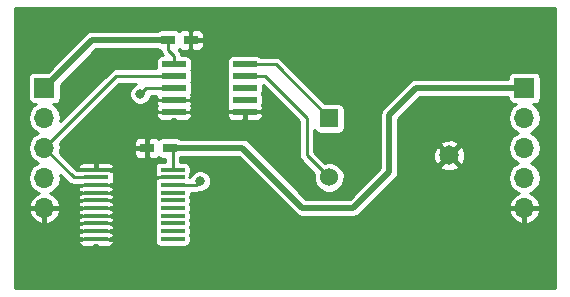
<source format=gbr>
%TF.GenerationSoftware,KiCad,Pcbnew,4.0.7*%
%TF.CreationDate,2017-10-08T11:45:17+09:00*%
%TF.ProjectId,TestBoard1,54657374426F617264312E6B69636164,rev?*%
%TF.FileFunction,Copper,L1,Top,Signal*%
%FSLAX46Y46*%
G04 Gerber Fmt 4.6, Leading zero omitted, Abs format (unit mm)*
G04 Created by KiCad (PCBNEW 4.0.7) date 10/08/17 11:45:17*
%MOMM*%
%LPD*%
G01*
G04 APERTURE LIST*
%ADD10C,0.100000*%
%ADD11R,1.200000X0.750000*%
%ADD12R,1.700000X1.700000*%
%ADD13O,1.700000X1.700000*%
%ADD14C,1.650000*%
%ADD15R,1.524000X1.524000*%
%ADD16C,1.524000*%
%ADD17R,2.000000X0.300000*%
%ADD18R,2.000000X0.500000*%
%ADD19C,0.800000*%
%ADD20C,0.250000*%
%ADD21C,0.500000*%
G04 APERTURE END LIST*
D10*
D11*
X12302000Y-12980000D03*
X14202000Y-12980000D03*
X15980000Y-3836000D03*
X14080000Y-3836000D03*
D12*
X3600000Y-7900000D03*
D13*
X3600000Y-10440000D03*
X3600000Y-12980000D03*
X3600000Y-15520000D03*
X3600000Y-18060000D03*
D12*
X44240000Y-7900000D03*
D13*
X44240000Y-10440000D03*
X44240000Y-12980000D03*
X44240000Y-15520000D03*
X44240000Y-18060000D03*
D14*
X37890000Y-13615000D03*
D15*
X27730000Y-10480000D03*
D16*
X27730000Y-15480000D03*
D17*
X14470000Y-15475000D03*
X14470000Y-14825000D03*
X7970000Y-14825000D03*
X7970000Y-15475000D03*
X7970000Y-16125000D03*
X7970000Y-16775000D03*
X7970000Y-17425000D03*
X7970000Y-18075000D03*
X7970000Y-18725000D03*
X7970000Y-19375000D03*
X7970000Y-20025000D03*
X7970000Y-20675000D03*
X14470000Y-20675000D03*
X14470000Y-20025000D03*
X14470000Y-19375000D03*
X14470000Y-18725000D03*
X14470000Y-18075000D03*
X14470000Y-17425000D03*
X14470000Y-16775000D03*
X14470000Y-16125000D03*
D18*
X14570000Y-5900000D03*
X14570000Y-6900000D03*
X14570000Y-7900000D03*
X14570000Y-8900000D03*
X14570000Y-9900000D03*
X20570000Y-9900000D03*
X20570000Y-8900000D03*
X20570000Y-7900000D03*
X20570000Y-6900000D03*
X20570000Y-5900000D03*
D19*
X16500000Y-11500000D03*
X11728000Y-5614000D03*
X41065000Y-9805000D03*
X11728000Y-8408000D03*
X16808000Y-15774000D03*
D20*
X14570000Y-9900000D02*
X16268000Y-9900000D01*
X16268000Y-9900000D02*
X16300000Y-9932000D01*
X14570000Y-9900000D02*
X12776000Y-9900000D01*
X12776000Y-9900000D02*
X12744000Y-9932000D01*
X14570000Y-8900000D02*
X12760000Y-8900000D01*
X12760000Y-8900000D02*
X12744000Y-8916000D01*
X14570000Y-8900000D02*
X16284000Y-8900000D01*
X16284000Y-8900000D02*
X16300000Y-8916000D01*
X7970000Y-19375000D02*
X6185000Y-19375000D01*
X6185000Y-19375000D02*
X6140000Y-19330000D01*
X7970000Y-18725000D02*
X6170000Y-18725000D01*
X6170000Y-18725000D02*
X6140000Y-18695000D01*
X7970000Y-16775000D02*
X6155000Y-16775000D01*
X6155000Y-16775000D02*
X6140000Y-16790000D01*
X7970000Y-16125000D02*
X6170000Y-16125000D01*
X6170000Y-16125000D02*
X6140000Y-16155000D01*
X14470000Y-15475000D02*
X12025000Y-15475000D01*
X12025000Y-15475000D02*
X12000000Y-15500000D01*
X7970000Y-14825000D02*
X10325000Y-14825000D01*
X10325000Y-14825000D02*
X10500000Y-15000000D01*
X7970000Y-20675000D02*
X10325000Y-20675000D01*
X10325000Y-20675000D02*
X10500000Y-20500000D01*
X7970000Y-20025000D02*
X10475000Y-20025000D01*
X10475000Y-20025000D02*
X10500000Y-20000000D01*
X7970000Y-19375000D02*
X10125000Y-19375000D01*
X10225000Y-18725000D02*
X10500000Y-19000000D01*
X10225000Y-18725000D02*
X7970000Y-18725000D01*
X10125000Y-19375000D02*
X10500000Y-19000000D01*
X7970000Y-18075000D02*
X10425000Y-18075000D01*
X10425000Y-18075000D02*
X10500000Y-18000000D01*
X7970000Y-17425000D02*
X10425000Y-17425000D01*
X10425000Y-17425000D02*
X10500000Y-17500000D01*
X7970000Y-16775000D02*
X10225000Y-16775000D01*
X10125000Y-16125000D02*
X10500000Y-16500000D01*
X10125000Y-16125000D02*
X7970000Y-16125000D01*
X10225000Y-16775000D02*
X10500000Y-16500000D01*
X7970000Y-20675000D02*
X6175000Y-20675000D01*
X6175000Y-20675000D02*
X6000000Y-20500000D01*
X7970000Y-20025000D02*
X6025000Y-20025000D01*
X6025000Y-20025000D02*
X6000000Y-20000000D01*
X7970000Y-18075000D02*
X6075000Y-18075000D01*
X6075000Y-18075000D02*
X6000000Y-18000000D01*
X7970000Y-17425000D02*
X6075000Y-17425000D01*
X6075000Y-17425000D02*
X6000000Y-17500000D01*
D21*
X14202000Y-12980000D02*
X20364000Y-12980000D01*
X35096000Y-7900000D02*
X44240000Y-7900000D01*
X32810000Y-10186000D02*
X35096000Y-7900000D01*
X32810000Y-15012000D02*
X32810000Y-10186000D01*
X29762000Y-18060000D02*
X32810000Y-15012000D01*
X25444000Y-18060000D02*
X29762000Y-18060000D01*
X20364000Y-12980000D02*
X25444000Y-18060000D01*
D20*
X14470000Y-14825000D02*
X14470000Y-13248000D01*
X14470000Y-13248000D02*
X14202000Y-12980000D01*
D21*
X14202000Y-12980000D02*
X14202000Y-12914000D01*
D20*
X14570000Y-6900000D02*
X9680000Y-6900000D01*
X9680000Y-6900000D02*
X3600000Y-12980000D01*
X7970000Y-15475000D02*
X6095000Y-15475000D01*
X6095000Y-15475000D02*
X3600000Y-12980000D01*
X27730000Y-10480000D02*
X27730000Y-10440000D01*
X27730000Y-10440000D02*
X23190000Y-5900000D01*
X23190000Y-5900000D02*
X20570000Y-5900000D01*
X27710000Y-10500000D02*
X27730000Y-10480000D01*
X20570000Y-6900000D02*
X22285000Y-6900000D01*
X25825000Y-13575000D02*
X27730000Y-15480000D01*
X25825000Y-10440000D02*
X25825000Y-13575000D01*
X22285000Y-6900000D02*
X25825000Y-10440000D01*
X14470000Y-16125000D02*
X16457000Y-16125000D01*
X12236000Y-7900000D02*
X14570000Y-7900000D01*
X11728000Y-8408000D02*
X12236000Y-7900000D01*
X16457000Y-16125000D02*
X16808000Y-15774000D01*
D21*
X14080000Y-3836000D02*
X7664000Y-3836000D01*
X7664000Y-3836000D02*
X3600000Y-7900000D01*
D20*
X14080000Y-3836000D02*
X14080000Y-4664000D01*
X14570000Y-5154000D02*
X14570000Y-5900000D01*
X14080000Y-4664000D02*
X14570000Y-5154000D01*
G36*
X46875000Y-24875000D02*
X1125000Y-24875000D01*
X1125000Y-18348854D01*
X2255683Y-18348854D01*
X2445169Y-18806328D01*
X2818683Y-19191452D01*
X3311145Y-19404323D01*
X3525000Y-19301709D01*
X3525000Y-18135000D01*
X3675000Y-18135000D01*
X3675000Y-19301709D01*
X3888855Y-19404323D01*
X4381317Y-19191452D01*
X4754831Y-18806328D01*
X4944317Y-18348854D01*
X4841487Y-18135000D01*
X3675000Y-18135000D01*
X3525000Y-18135000D01*
X2358513Y-18135000D01*
X2255683Y-18348854D01*
X1125000Y-18348854D01*
X1125000Y-10440000D01*
X2198062Y-10440000D01*
X2302728Y-10966190D01*
X2600790Y-11412272D01*
X3046372Y-11710000D01*
X2600790Y-12007728D01*
X2302728Y-12453810D01*
X2198062Y-12980000D01*
X2302728Y-13506190D01*
X2600790Y-13952272D01*
X3046372Y-14250000D01*
X2600790Y-14547728D01*
X2302728Y-14993810D01*
X2198062Y-15520000D01*
X2302728Y-16046190D01*
X2600790Y-16492272D01*
X3046872Y-16790334D01*
X3109577Y-16802807D01*
X2818683Y-16928548D01*
X2445169Y-17313672D01*
X2255683Y-17771146D01*
X2358513Y-17985000D01*
X3525000Y-17985000D01*
X3525000Y-17965000D01*
X3675000Y-17965000D01*
X3675000Y-17985000D01*
X4841487Y-17985000D01*
X4944317Y-17771146D01*
X4754831Y-17313672D01*
X4381317Y-16928548D01*
X4090423Y-16802807D01*
X4153128Y-16790334D01*
X4599210Y-16492272D01*
X4897272Y-16046190D01*
X5001938Y-15520000D01*
X4947603Y-15246842D01*
X5635381Y-15934620D01*
X5846256Y-16075522D01*
X6095000Y-16125000D01*
X6777000Y-16125000D01*
X6777000Y-16136687D01*
X6672611Y-16179926D01*
X6652537Y-16200000D01*
X6576250Y-16200000D01*
X6445000Y-16331250D01*
X6445000Y-16379429D01*
X6474231Y-16450000D01*
X6445000Y-16520571D01*
X6445000Y-16568750D01*
X6576250Y-16700000D01*
X6652537Y-16700000D01*
X6672611Y-16720074D01*
X6777000Y-16763313D01*
X6777000Y-16786687D01*
X6672611Y-16829926D01*
X6652537Y-16850000D01*
X6576250Y-16850000D01*
X6445000Y-16981250D01*
X6445000Y-17029429D01*
X6474231Y-17100000D01*
X6445000Y-17170571D01*
X6445000Y-17218750D01*
X6576250Y-17350000D01*
X6652537Y-17350000D01*
X6672611Y-17370074D01*
X6777000Y-17413313D01*
X6777000Y-17436687D01*
X6672611Y-17479926D01*
X6652537Y-17500000D01*
X6576250Y-17500000D01*
X6445000Y-17631250D01*
X6445000Y-17679429D01*
X6474231Y-17750000D01*
X6445000Y-17820571D01*
X6445000Y-17868750D01*
X6576250Y-18000000D01*
X6652537Y-18000000D01*
X6672611Y-18020074D01*
X6777000Y-18063313D01*
X6777000Y-18086687D01*
X6672611Y-18129926D01*
X6652537Y-18150000D01*
X6576250Y-18150000D01*
X6445000Y-18281250D01*
X6445000Y-18329429D01*
X6474231Y-18400000D01*
X6445000Y-18470571D01*
X6445000Y-18518750D01*
X6576250Y-18650000D01*
X6652537Y-18650000D01*
X6672611Y-18670074D01*
X6777000Y-18713313D01*
X6777000Y-18736687D01*
X6672611Y-18779926D01*
X6652537Y-18800000D01*
X6576250Y-18800000D01*
X6445000Y-18931250D01*
X6445000Y-18979429D01*
X6474231Y-19050000D01*
X6445000Y-19120571D01*
X6445000Y-19168750D01*
X6576250Y-19300000D01*
X6652537Y-19300000D01*
X6672611Y-19320074D01*
X6777000Y-19363313D01*
X6777000Y-19386687D01*
X6672611Y-19429926D01*
X6652537Y-19450000D01*
X6576250Y-19450000D01*
X6445000Y-19581250D01*
X6445000Y-19629429D01*
X6474231Y-19700000D01*
X6445000Y-19770571D01*
X6445000Y-19818750D01*
X6576250Y-19950000D01*
X6652537Y-19950000D01*
X6672611Y-19970074D01*
X6777000Y-20013313D01*
X6777000Y-20036687D01*
X6672611Y-20079926D01*
X6652537Y-20100000D01*
X6576250Y-20100000D01*
X6445000Y-20231250D01*
X6445000Y-20279429D01*
X6474231Y-20350000D01*
X6445000Y-20420571D01*
X6445000Y-20468750D01*
X6576250Y-20600000D01*
X6652537Y-20600000D01*
X6672611Y-20620074D01*
X6777000Y-20663313D01*
X6777000Y-20750000D01*
X6576250Y-20750000D01*
X6445000Y-20881250D01*
X6445000Y-20929429D01*
X6524926Y-21122389D01*
X6672611Y-21270074D01*
X6865571Y-21350000D01*
X7763750Y-21350000D01*
X7880750Y-21233000D01*
X8059250Y-21233000D01*
X8176250Y-21350000D01*
X9074429Y-21350000D01*
X9267389Y-21270074D01*
X9415074Y-21122389D01*
X9495000Y-20929429D01*
X9495000Y-20881250D01*
X9363750Y-20750000D01*
X9059000Y-20750000D01*
X9059000Y-20700000D01*
X9074429Y-20700000D01*
X9267389Y-20620074D01*
X9287463Y-20600000D01*
X9363750Y-20600000D01*
X9495000Y-20468750D01*
X9495000Y-20420571D01*
X9465769Y-20350000D01*
X9495000Y-20279429D01*
X9495000Y-20231250D01*
X9363750Y-20100000D01*
X9287463Y-20100000D01*
X9267389Y-20079926D01*
X9134785Y-20025000D01*
X9267389Y-19970074D01*
X9287463Y-19950000D01*
X9363750Y-19950000D01*
X9495000Y-19818750D01*
X9495000Y-19770571D01*
X9465769Y-19700000D01*
X9495000Y-19629429D01*
X9495000Y-19581250D01*
X9363750Y-19450000D01*
X9287463Y-19450000D01*
X9267389Y-19429926D01*
X9134785Y-19375000D01*
X9267389Y-19320074D01*
X9287463Y-19300000D01*
X9363750Y-19300000D01*
X9495000Y-19168750D01*
X9495000Y-19120571D01*
X9465769Y-19050000D01*
X9495000Y-18979429D01*
X9495000Y-18931250D01*
X9363750Y-18800000D01*
X9287463Y-18800000D01*
X9267389Y-18779926D01*
X9134785Y-18725000D01*
X9267389Y-18670074D01*
X9287463Y-18650000D01*
X9363750Y-18650000D01*
X9495000Y-18518750D01*
X9495000Y-18470571D01*
X9465769Y-18400000D01*
X9495000Y-18329429D01*
X9495000Y-18281250D01*
X9363750Y-18150000D01*
X9287463Y-18150000D01*
X9267389Y-18129926D01*
X9134785Y-18075000D01*
X9267389Y-18020074D01*
X9287463Y-18000000D01*
X9363750Y-18000000D01*
X9495000Y-17868750D01*
X9495000Y-17820571D01*
X9465769Y-17750000D01*
X9495000Y-17679429D01*
X9495000Y-17631250D01*
X9363750Y-17500000D01*
X9287463Y-17500000D01*
X9267389Y-17479926D01*
X9134785Y-17425000D01*
X9267389Y-17370074D01*
X9287463Y-17350000D01*
X9363750Y-17350000D01*
X9495000Y-17218750D01*
X9495000Y-17170571D01*
X9465769Y-17100000D01*
X9495000Y-17029429D01*
X9495000Y-16981250D01*
X9363750Y-16850000D01*
X9287463Y-16850000D01*
X9267389Y-16829926D01*
X9134785Y-16775000D01*
X9267389Y-16720074D01*
X9287463Y-16700000D01*
X9363750Y-16700000D01*
X9495000Y-16568750D01*
X9495000Y-16520571D01*
X9465769Y-16450000D01*
X9495000Y-16379429D01*
X9495000Y-16331250D01*
X9363750Y-16200000D01*
X9287463Y-16200000D01*
X9267389Y-16179926D01*
X9141887Y-16127942D01*
X9164553Y-16123677D01*
X9279051Y-16050000D01*
X9363750Y-16050000D01*
X9495000Y-15918750D01*
X9495000Y-15870571D01*
X9468508Y-15806612D01*
X9505285Y-15625000D01*
X9505285Y-15325000D01*
X9470298Y-15139064D01*
X9495000Y-15079429D01*
X9495000Y-15031250D01*
X9363750Y-14900000D01*
X9277941Y-14900000D01*
X9178256Y-14831888D01*
X8970000Y-14789715D01*
X6970000Y-14789715D01*
X6782478Y-14825000D01*
X6364239Y-14825000D01*
X6109810Y-14570571D01*
X6445000Y-14570571D01*
X6445000Y-14618750D01*
X6576250Y-14750000D01*
X7895000Y-14750000D01*
X7895000Y-14281250D01*
X8045000Y-14281250D01*
X8045000Y-14750000D01*
X9363750Y-14750000D01*
X9495000Y-14618750D01*
X9495000Y-14570571D01*
X9415074Y-14377611D01*
X9267389Y-14229926D01*
X9074429Y-14150000D01*
X8176250Y-14150000D01*
X8045000Y-14281250D01*
X7895000Y-14281250D01*
X7763750Y-14150000D01*
X6865571Y-14150000D01*
X6672611Y-14229926D01*
X6524926Y-14377611D01*
X6445000Y-14570571D01*
X6109810Y-14570571D01*
X4921853Y-13382614D01*
X4960912Y-13186250D01*
X11177000Y-13186250D01*
X11177000Y-13459429D01*
X11256926Y-13652389D01*
X11404611Y-13800074D01*
X11597571Y-13880000D01*
X12095750Y-13880000D01*
X12227000Y-13748750D01*
X12227000Y-13055000D01*
X11308250Y-13055000D01*
X11177000Y-13186250D01*
X4960912Y-13186250D01*
X5001938Y-12980000D01*
X4921853Y-12577385D01*
X4998667Y-12500571D01*
X11177000Y-12500571D01*
X11177000Y-12773750D01*
X11308250Y-12905000D01*
X12227000Y-12905000D01*
X12227000Y-12211250D01*
X12377000Y-12211250D01*
X12377000Y-12905000D01*
X12397000Y-12905000D01*
X12397000Y-13055000D01*
X12377000Y-13055000D01*
X12377000Y-13748750D01*
X12508250Y-13880000D01*
X13006429Y-13880000D01*
X13199389Y-13800074D01*
X13249743Y-13749720D01*
X13393744Y-13848112D01*
X13602000Y-13890285D01*
X13820000Y-13890285D01*
X13820000Y-14139715D01*
X13470000Y-14139715D01*
X13275447Y-14176323D01*
X13096761Y-14291304D01*
X12976888Y-14466744D01*
X12934715Y-14675000D01*
X12934715Y-14975000D01*
X12969702Y-15160936D01*
X12945000Y-15220571D01*
X12945000Y-15268750D01*
X13076250Y-15400000D01*
X13162059Y-15400000D01*
X13261744Y-15468112D01*
X13289362Y-15473705D01*
X13275447Y-15476323D01*
X13160949Y-15550000D01*
X13076250Y-15550000D01*
X12945000Y-15681250D01*
X12945000Y-15729429D01*
X12971492Y-15793388D01*
X12934715Y-15975000D01*
X12934715Y-16275000D01*
X12968853Y-16456424D01*
X12934715Y-16625000D01*
X12934715Y-16925000D01*
X12968853Y-17106424D01*
X12934715Y-17275000D01*
X12934715Y-17575000D01*
X12968853Y-17756424D01*
X12934715Y-17925000D01*
X12934715Y-18225000D01*
X12968853Y-18406424D01*
X12934715Y-18575000D01*
X12934715Y-18875000D01*
X12968853Y-19056424D01*
X12934715Y-19225000D01*
X12934715Y-19525000D01*
X12968853Y-19706424D01*
X12934715Y-19875000D01*
X12934715Y-20175000D01*
X12968853Y-20356424D01*
X12934715Y-20525000D01*
X12934715Y-20825000D01*
X12971323Y-21019553D01*
X13086304Y-21198239D01*
X13261744Y-21318112D01*
X13470000Y-21360285D01*
X15470000Y-21360285D01*
X15664553Y-21323677D01*
X15843239Y-21208696D01*
X15963112Y-21033256D01*
X16005285Y-20825000D01*
X16005285Y-20525000D01*
X15971147Y-20343576D01*
X16005285Y-20175000D01*
X16005285Y-19875000D01*
X15971147Y-19693576D01*
X16005285Y-19525000D01*
X16005285Y-19225000D01*
X15971147Y-19043576D01*
X16005285Y-18875000D01*
X16005285Y-18575000D01*
X15971147Y-18393576D01*
X16005285Y-18225000D01*
X16005285Y-17925000D01*
X15971147Y-17743576D01*
X16005285Y-17575000D01*
X16005285Y-17275000D01*
X15971147Y-17093576D01*
X16005285Y-16925000D01*
X16005285Y-16775000D01*
X16457000Y-16775000D01*
X16664476Y-16733731D01*
X16705745Y-16725522D01*
X16745519Y-16698946D01*
X16991187Y-16699160D01*
X17331286Y-16558634D01*
X17591720Y-16298655D01*
X17732839Y-15958801D01*
X17733160Y-15590813D01*
X17592634Y-15250714D01*
X17332655Y-14990280D01*
X16992801Y-14849161D01*
X16624813Y-14848840D01*
X16284714Y-14989366D01*
X16024280Y-15249345D01*
X15961724Y-15399998D01*
X15863752Y-15399998D01*
X15995000Y-15268750D01*
X15995000Y-15220571D01*
X15968508Y-15156612D01*
X16005285Y-14975000D01*
X16005285Y-14675000D01*
X15968677Y-14480447D01*
X15853696Y-14301761D01*
X15678256Y-14181888D01*
X15470000Y-14139715D01*
X15120000Y-14139715D01*
X15120000Y-13774241D01*
X15149902Y-13755000D01*
X20042984Y-13755000D01*
X24895992Y-18608008D01*
X25147420Y-18776007D01*
X25444000Y-18835000D01*
X29762000Y-18835000D01*
X30058580Y-18776007D01*
X30310008Y-18608008D01*
X30569162Y-18348854D01*
X42895683Y-18348854D01*
X43085169Y-18806328D01*
X43458683Y-19191452D01*
X43951145Y-19404323D01*
X44165000Y-19301709D01*
X44165000Y-18135000D01*
X44315000Y-18135000D01*
X44315000Y-19301709D01*
X44528855Y-19404323D01*
X45021317Y-19191452D01*
X45394831Y-18806328D01*
X45584317Y-18348854D01*
X45481487Y-18135000D01*
X44315000Y-18135000D01*
X44165000Y-18135000D01*
X42998513Y-18135000D01*
X42895683Y-18348854D01*
X30569162Y-18348854D01*
X33358008Y-15560008D01*
X33526007Y-15308580D01*
X33585000Y-15012000D01*
X33585000Y-14546922D01*
X37064144Y-14546922D01*
X37142823Y-14770999D01*
X37642081Y-14968936D01*
X38179081Y-14960749D01*
X38637177Y-14770999D01*
X38715856Y-14546922D01*
X37890000Y-13721066D01*
X37064144Y-14546922D01*
X33585000Y-14546922D01*
X33585000Y-13367081D01*
X36536064Y-13367081D01*
X36544251Y-13904081D01*
X36734001Y-14362177D01*
X36958078Y-14440856D01*
X37783934Y-13615000D01*
X37996066Y-13615000D01*
X38821922Y-14440856D01*
X39045999Y-14362177D01*
X39243936Y-13862919D01*
X39235749Y-13325919D01*
X39045999Y-12867823D01*
X38821922Y-12789144D01*
X37996066Y-13615000D01*
X37783934Y-13615000D01*
X36958078Y-12789144D01*
X36734001Y-12867823D01*
X36536064Y-13367081D01*
X33585000Y-13367081D01*
X33585000Y-12683078D01*
X37064144Y-12683078D01*
X37890000Y-13508934D01*
X38715856Y-12683078D01*
X38637177Y-12459001D01*
X38137919Y-12261064D01*
X37600919Y-12269251D01*
X37142823Y-12459001D01*
X37064144Y-12683078D01*
X33585000Y-12683078D01*
X33585000Y-10507016D01*
X35417016Y-8675000D01*
X42854715Y-8675000D01*
X42854715Y-8750000D01*
X42891323Y-8944553D01*
X43006304Y-9123239D01*
X43181744Y-9243112D01*
X43390000Y-9285285D01*
X43513836Y-9285285D01*
X43240790Y-9467728D01*
X42942728Y-9913810D01*
X42838062Y-10440000D01*
X42942728Y-10966190D01*
X43240790Y-11412272D01*
X43686372Y-11710000D01*
X43240790Y-12007728D01*
X42942728Y-12453810D01*
X42838062Y-12980000D01*
X42942728Y-13506190D01*
X43240790Y-13952272D01*
X43686372Y-14250000D01*
X43240790Y-14547728D01*
X42942728Y-14993810D01*
X42838062Y-15520000D01*
X42942728Y-16046190D01*
X43240790Y-16492272D01*
X43686872Y-16790334D01*
X43749577Y-16802807D01*
X43458683Y-16928548D01*
X43085169Y-17313672D01*
X42895683Y-17771146D01*
X42998513Y-17985000D01*
X44165000Y-17985000D01*
X44165000Y-17965000D01*
X44315000Y-17965000D01*
X44315000Y-17985000D01*
X45481487Y-17985000D01*
X45584317Y-17771146D01*
X45394831Y-17313672D01*
X45021317Y-16928548D01*
X44730423Y-16802807D01*
X44793128Y-16790334D01*
X45239210Y-16492272D01*
X45537272Y-16046190D01*
X45641938Y-15520000D01*
X45537272Y-14993810D01*
X45239210Y-14547728D01*
X44793628Y-14250000D01*
X45239210Y-13952272D01*
X45537272Y-13506190D01*
X45641938Y-12980000D01*
X45537272Y-12453810D01*
X45239210Y-12007728D01*
X44793628Y-11710000D01*
X45239210Y-11412272D01*
X45537272Y-10966190D01*
X45641938Y-10440000D01*
X45537272Y-9913810D01*
X45239210Y-9467728D01*
X44966164Y-9285285D01*
X45090000Y-9285285D01*
X45284553Y-9248677D01*
X45463239Y-9133696D01*
X45583112Y-8958256D01*
X45625285Y-8750000D01*
X45625285Y-7050000D01*
X45588677Y-6855447D01*
X45473696Y-6676761D01*
X45298256Y-6556888D01*
X45090000Y-6514715D01*
X43390000Y-6514715D01*
X43195447Y-6551323D01*
X43016761Y-6666304D01*
X42896888Y-6841744D01*
X42854715Y-7050000D01*
X42854715Y-7125000D01*
X35096000Y-7125000D01*
X34799420Y-7183993D01*
X34547992Y-7351992D01*
X32261992Y-9637992D01*
X32093993Y-9889420D01*
X32035000Y-10186000D01*
X32035000Y-14690984D01*
X29440984Y-17285000D01*
X25765016Y-17285000D01*
X20912008Y-12431992D01*
X20660580Y-12263993D01*
X20364000Y-12205000D01*
X15146530Y-12205000D01*
X15010256Y-12111888D01*
X14802000Y-12069715D01*
X13602000Y-12069715D01*
X13407447Y-12106323D01*
X13248236Y-12208773D01*
X13199389Y-12159926D01*
X13006429Y-12080000D01*
X12508250Y-12080000D01*
X12377000Y-12211250D01*
X12227000Y-12211250D01*
X12095750Y-12080000D01*
X11597571Y-12080000D01*
X11404611Y-12159926D01*
X11256926Y-12307611D01*
X11177000Y-12500571D01*
X4998667Y-12500571D01*
X9949239Y-7550000D01*
X11382273Y-7550000D01*
X11204714Y-7623366D01*
X10944280Y-7883345D01*
X10803161Y-8223199D01*
X10802840Y-8591187D01*
X10943366Y-8931286D01*
X11203345Y-9191720D01*
X11543199Y-9332839D01*
X11911187Y-9333160D01*
X12251286Y-9192634D01*
X12511720Y-8932655D01*
X12652839Y-8592801D01*
X12652876Y-8550000D01*
X13045000Y-8550000D01*
X13045000Y-8693750D01*
X13127000Y-8775750D01*
X13127000Y-9024250D01*
X13045000Y-9106250D01*
X13045000Y-9254429D01*
X13105297Y-9400000D01*
X13045000Y-9545571D01*
X13045000Y-9693750D01*
X13127000Y-9775750D01*
X13127000Y-10024250D01*
X13045000Y-10106250D01*
X13045000Y-10254429D01*
X13124926Y-10447389D01*
X13129193Y-10451656D01*
X13135549Y-10485432D01*
X13162399Y-10527159D01*
X13203368Y-10555152D01*
X13240134Y-10562597D01*
X13272611Y-10595074D01*
X13465571Y-10675000D01*
X14363750Y-10675000D01*
X14473750Y-10565000D01*
X14666250Y-10565000D01*
X14776250Y-10675000D01*
X15674429Y-10675000D01*
X15867389Y-10595074D01*
X16015074Y-10447389D01*
X16095000Y-10254429D01*
X16095000Y-10106250D01*
X19045000Y-10106250D01*
X19045000Y-10254429D01*
X19124926Y-10447389D01*
X19272611Y-10595074D01*
X19465571Y-10675000D01*
X20363750Y-10675000D01*
X20495000Y-10543750D01*
X20495000Y-9975000D01*
X20645000Y-9975000D01*
X20645000Y-10543750D01*
X20776250Y-10675000D01*
X21674429Y-10675000D01*
X21867389Y-10595074D01*
X22015074Y-10447389D01*
X22095000Y-10254429D01*
X22095000Y-10106250D01*
X21963750Y-9975000D01*
X20645000Y-9975000D01*
X20495000Y-9975000D01*
X19176250Y-9975000D01*
X19045000Y-10106250D01*
X16095000Y-10106250D01*
X15963750Y-9975000D01*
X15917000Y-9975000D01*
X15917000Y-9825000D01*
X15963750Y-9825000D01*
X16095000Y-9693750D01*
X16095000Y-9545571D01*
X16034703Y-9400000D01*
X16095000Y-9254429D01*
X16095000Y-9106250D01*
X15963750Y-8975000D01*
X15917000Y-8975000D01*
X15917000Y-8825000D01*
X15963750Y-8825000D01*
X16095000Y-8693750D01*
X16095000Y-8545571D01*
X16034660Y-8399897D01*
X16063112Y-8358256D01*
X16105285Y-8150000D01*
X16105285Y-7650000D01*
X16068677Y-7455447D01*
X16033770Y-7401200D01*
X16063112Y-7358256D01*
X16105285Y-7150000D01*
X16105285Y-6650000D01*
X16068677Y-6455447D01*
X16033770Y-6401200D01*
X16063112Y-6358256D01*
X16105285Y-6150000D01*
X16105285Y-5650000D01*
X19034715Y-5650000D01*
X19034715Y-6150000D01*
X19071323Y-6344553D01*
X19106230Y-6398800D01*
X19076888Y-6441744D01*
X19034715Y-6650000D01*
X19034715Y-7150000D01*
X19071323Y-7344553D01*
X19106230Y-7398800D01*
X19076888Y-7441744D01*
X19034715Y-7650000D01*
X19034715Y-8150000D01*
X19071323Y-8344553D01*
X19106230Y-8398800D01*
X19076888Y-8441744D01*
X19034715Y-8650000D01*
X19034715Y-9150000D01*
X19071323Y-9344553D01*
X19105965Y-9398388D01*
X19045000Y-9545571D01*
X19045000Y-9693750D01*
X19176250Y-9825000D01*
X20495000Y-9825000D01*
X20495000Y-9805000D01*
X20645000Y-9805000D01*
X20645000Y-9825000D01*
X21963750Y-9825000D01*
X22095000Y-9693750D01*
X22095000Y-9545571D01*
X22034660Y-9399897D01*
X22063112Y-9358256D01*
X22105285Y-9150000D01*
X22105285Y-8650000D01*
X22068677Y-8455447D01*
X22033770Y-8401200D01*
X22063112Y-8358256D01*
X22105285Y-8150000D01*
X22105285Y-7650000D01*
X22102857Y-7637095D01*
X25175000Y-10709238D01*
X25175000Y-13575000D01*
X25204054Y-13721066D01*
X25224478Y-13823745D01*
X25365381Y-14034619D01*
X26475620Y-15144859D01*
X26443224Y-15222877D01*
X26442777Y-15734877D01*
X26638298Y-16208075D01*
X27000021Y-16570429D01*
X27472877Y-16766776D01*
X27984877Y-16767223D01*
X28458075Y-16571702D01*
X28820429Y-16209979D01*
X29016776Y-15737123D01*
X29017223Y-15225123D01*
X28821702Y-14751925D01*
X28459979Y-14389571D01*
X27987123Y-14193224D01*
X27475123Y-14192777D01*
X27395086Y-14225848D01*
X26475000Y-13305762D01*
X26475000Y-11445375D01*
X26584304Y-11615239D01*
X26759744Y-11735112D01*
X26968000Y-11777285D01*
X28492000Y-11777285D01*
X28686553Y-11740677D01*
X28865239Y-11625696D01*
X28985112Y-11450256D01*
X29027285Y-11242000D01*
X29027285Y-9718000D01*
X28990677Y-9523447D01*
X28875696Y-9344761D01*
X28700256Y-9224888D01*
X28492000Y-9182715D01*
X27391954Y-9182715D01*
X23649619Y-5440381D01*
X23438745Y-5299478D01*
X23397476Y-5291269D01*
X23190000Y-5250000D01*
X21914530Y-5250000D01*
X21778256Y-5156888D01*
X21570000Y-5114715D01*
X19570000Y-5114715D01*
X19375447Y-5151323D01*
X19196761Y-5266304D01*
X19076888Y-5441744D01*
X19034715Y-5650000D01*
X16105285Y-5650000D01*
X16068677Y-5455447D01*
X15953696Y-5276761D01*
X15778256Y-5156888D01*
X15570000Y-5114715D01*
X15212186Y-5114715D01*
X15170522Y-4905256D01*
X15029620Y-4694381D01*
X14978213Y-4642974D01*
X15033764Y-4607227D01*
X15082611Y-4656074D01*
X15275571Y-4736000D01*
X15773750Y-4736000D01*
X15905000Y-4604750D01*
X15905000Y-3911000D01*
X16055000Y-3911000D01*
X16055000Y-4604750D01*
X16186250Y-4736000D01*
X16684429Y-4736000D01*
X16877389Y-4656074D01*
X17025074Y-4508389D01*
X17105000Y-4315429D01*
X17105000Y-4042250D01*
X16973750Y-3911000D01*
X16055000Y-3911000D01*
X15905000Y-3911000D01*
X15885000Y-3911000D01*
X15885000Y-3761000D01*
X15905000Y-3761000D01*
X15905000Y-3067250D01*
X16055000Y-3067250D01*
X16055000Y-3761000D01*
X16973750Y-3761000D01*
X17105000Y-3629750D01*
X17105000Y-3356571D01*
X17025074Y-3163611D01*
X16877389Y-3015926D01*
X16684429Y-2936000D01*
X16186250Y-2936000D01*
X16055000Y-3067250D01*
X15905000Y-3067250D01*
X15773750Y-2936000D01*
X15275571Y-2936000D01*
X15082611Y-3015926D01*
X15032257Y-3066280D01*
X14888256Y-2967888D01*
X14680000Y-2925715D01*
X13480000Y-2925715D01*
X13285447Y-2962323D01*
X13132098Y-3061000D01*
X7664000Y-3061000D01*
X7367420Y-3119993D01*
X7115992Y-3287992D01*
X3889269Y-6514715D01*
X2750000Y-6514715D01*
X2555447Y-6551323D01*
X2376761Y-6666304D01*
X2256888Y-6841744D01*
X2214715Y-7050000D01*
X2214715Y-8750000D01*
X2251323Y-8944553D01*
X2366304Y-9123239D01*
X2541744Y-9243112D01*
X2750000Y-9285285D01*
X2873836Y-9285285D01*
X2600790Y-9467728D01*
X2302728Y-9913810D01*
X2198062Y-10440000D01*
X1125000Y-10440000D01*
X1125000Y-1125000D01*
X46875000Y-1125000D01*
X46875000Y-24875000D01*
X46875000Y-24875000D01*
G37*
X46875000Y-24875000D02*
X1125000Y-24875000D01*
X1125000Y-18348854D01*
X2255683Y-18348854D01*
X2445169Y-18806328D01*
X2818683Y-19191452D01*
X3311145Y-19404323D01*
X3525000Y-19301709D01*
X3525000Y-18135000D01*
X3675000Y-18135000D01*
X3675000Y-19301709D01*
X3888855Y-19404323D01*
X4381317Y-19191452D01*
X4754831Y-18806328D01*
X4944317Y-18348854D01*
X4841487Y-18135000D01*
X3675000Y-18135000D01*
X3525000Y-18135000D01*
X2358513Y-18135000D01*
X2255683Y-18348854D01*
X1125000Y-18348854D01*
X1125000Y-10440000D01*
X2198062Y-10440000D01*
X2302728Y-10966190D01*
X2600790Y-11412272D01*
X3046372Y-11710000D01*
X2600790Y-12007728D01*
X2302728Y-12453810D01*
X2198062Y-12980000D01*
X2302728Y-13506190D01*
X2600790Y-13952272D01*
X3046372Y-14250000D01*
X2600790Y-14547728D01*
X2302728Y-14993810D01*
X2198062Y-15520000D01*
X2302728Y-16046190D01*
X2600790Y-16492272D01*
X3046872Y-16790334D01*
X3109577Y-16802807D01*
X2818683Y-16928548D01*
X2445169Y-17313672D01*
X2255683Y-17771146D01*
X2358513Y-17985000D01*
X3525000Y-17985000D01*
X3525000Y-17965000D01*
X3675000Y-17965000D01*
X3675000Y-17985000D01*
X4841487Y-17985000D01*
X4944317Y-17771146D01*
X4754831Y-17313672D01*
X4381317Y-16928548D01*
X4090423Y-16802807D01*
X4153128Y-16790334D01*
X4599210Y-16492272D01*
X4897272Y-16046190D01*
X5001938Y-15520000D01*
X4947603Y-15246842D01*
X5635381Y-15934620D01*
X5846256Y-16075522D01*
X6095000Y-16125000D01*
X6777000Y-16125000D01*
X6777000Y-16136687D01*
X6672611Y-16179926D01*
X6652537Y-16200000D01*
X6576250Y-16200000D01*
X6445000Y-16331250D01*
X6445000Y-16379429D01*
X6474231Y-16450000D01*
X6445000Y-16520571D01*
X6445000Y-16568750D01*
X6576250Y-16700000D01*
X6652537Y-16700000D01*
X6672611Y-16720074D01*
X6777000Y-16763313D01*
X6777000Y-16786687D01*
X6672611Y-16829926D01*
X6652537Y-16850000D01*
X6576250Y-16850000D01*
X6445000Y-16981250D01*
X6445000Y-17029429D01*
X6474231Y-17100000D01*
X6445000Y-17170571D01*
X6445000Y-17218750D01*
X6576250Y-17350000D01*
X6652537Y-17350000D01*
X6672611Y-17370074D01*
X6777000Y-17413313D01*
X6777000Y-17436687D01*
X6672611Y-17479926D01*
X6652537Y-17500000D01*
X6576250Y-17500000D01*
X6445000Y-17631250D01*
X6445000Y-17679429D01*
X6474231Y-17750000D01*
X6445000Y-17820571D01*
X6445000Y-17868750D01*
X6576250Y-18000000D01*
X6652537Y-18000000D01*
X6672611Y-18020074D01*
X6777000Y-18063313D01*
X6777000Y-18086687D01*
X6672611Y-18129926D01*
X6652537Y-18150000D01*
X6576250Y-18150000D01*
X6445000Y-18281250D01*
X6445000Y-18329429D01*
X6474231Y-18400000D01*
X6445000Y-18470571D01*
X6445000Y-18518750D01*
X6576250Y-18650000D01*
X6652537Y-18650000D01*
X6672611Y-18670074D01*
X6777000Y-18713313D01*
X6777000Y-18736687D01*
X6672611Y-18779926D01*
X6652537Y-18800000D01*
X6576250Y-18800000D01*
X6445000Y-18931250D01*
X6445000Y-18979429D01*
X6474231Y-19050000D01*
X6445000Y-19120571D01*
X6445000Y-19168750D01*
X6576250Y-19300000D01*
X6652537Y-19300000D01*
X6672611Y-19320074D01*
X6777000Y-19363313D01*
X6777000Y-19386687D01*
X6672611Y-19429926D01*
X6652537Y-19450000D01*
X6576250Y-19450000D01*
X6445000Y-19581250D01*
X6445000Y-19629429D01*
X6474231Y-19700000D01*
X6445000Y-19770571D01*
X6445000Y-19818750D01*
X6576250Y-19950000D01*
X6652537Y-19950000D01*
X6672611Y-19970074D01*
X6777000Y-20013313D01*
X6777000Y-20036687D01*
X6672611Y-20079926D01*
X6652537Y-20100000D01*
X6576250Y-20100000D01*
X6445000Y-20231250D01*
X6445000Y-20279429D01*
X6474231Y-20350000D01*
X6445000Y-20420571D01*
X6445000Y-20468750D01*
X6576250Y-20600000D01*
X6652537Y-20600000D01*
X6672611Y-20620074D01*
X6777000Y-20663313D01*
X6777000Y-20750000D01*
X6576250Y-20750000D01*
X6445000Y-20881250D01*
X6445000Y-20929429D01*
X6524926Y-21122389D01*
X6672611Y-21270074D01*
X6865571Y-21350000D01*
X7763750Y-21350000D01*
X7880750Y-21233000D01*
X8059250Y-21233000D01*
X8176250Y-21350000D01*
X9074429Y-21350000D01*
X9267389Y-21270074D01*
X9415074Y-21122389D01*
X9495000Y-20929429D01*
X9495000Y-20881250D01*
X9363750Y-20750000D01*
X9059000Y-20750000D01*
X9059000Y-20700000D01*
X9074429Y-20700000D01*
X9267389Y-20620074D01*
X9287463Y-20600000D01*
X9363750Y-20600000D01*
X9495000Y-20468750D01*
X9495000Y-20420571D01*
X9465769Y-20350000D01*
X9495000Y-20279429D01*
X9495000Y-20231250D01*
X9363750Y-20100000D01*
X9287463Y-20100000D01*
X9267389Y-20079926D01*
X9134785Y-20025000D01*
X9267389Y-19970074D01*
X9287463Y-19950000D01*
X9363750Y-19950000D01*
X9495000Y-19818750D01*
X9495000Y-19770571D01*
X9465769Y-19700000D01*
X9495000Y-19629429D01*
X9495000Y-19581250D01*
X9363750Y-19450000D01*
X9287463Y-19450000D01*
X9267389Y-19429926D01*
X9134785Y-19375000D01*
X9267389Y-19320074D01*
X9287463Y-19300000D01*
X9363750Y-19300000D01*
X9495000Y-19168750D01*
X9495000Y-19120571D01*
X9465769Y-19050000D01*
X9495000Y-18979429D01*
X9495000Y-18931250D01*
X9363750Y-18800000D01*
X9287463Y-18800000D01*
X9267389Y-18779926D01*
X9134785Y-18725000D01*
X9267389Y-18670074D01*
X9287463Y-18650000D01*
X9363750Y-18650000D01*
X9495000Y-18518750D01*
X9495000Y-18470571D01*
X9465769Y-18400000D01*
X9495000Y-18329429D01*
X9495000Y-18281250D01*
X9363750Y-18150000D01*
X9287463Y-18150000D01*
X9267389Y-18129926D01*
X9134785Y-18075000D01*
X9267389Y-18020074D01*
X9287463Y-18000000D01*
X9363750Y-18000000D01*
X9495000Y-17868750D01*
X9495000Y-17820571D01*
X9465769Y-17750000D01*
X9495000Y-17679429D01*
X9495000Y-17631250D01*
X9363750Y-17500000D01*
X9287463Y-17500000D01*
X9267389Y-17479926D01*
X9134785Y-17425000D01*
X9267389Y-17370074D01*
X9287463Y-17350000D01*
X9363750Y-17350000D01*
X9495000Y-17218750D01*
X9495000Y-17170571D01*
X9465769Y-17100000D01*
X9495000Y-17029429D01*
X9495000Y-16981250D01*
X9363750Y-16850000D01*
X9287463Y-16850000D01*
X9267389Y-16829926D01*
X9134785Y-16775000D01*
X9267389Y-16720074D01*
X9287463Y-16700000D01*
X9363750Y-16700000D01*
X9495000Y-16568750D01*
X9495000Y-16520571D01*
X9465769Y-16450000D01*
X9495000Y-16379429D01*
X9495000Y-16331250D01*
X9363750Y-16200000D01*
X9287463Y-16200000D01*
X9267389Y-16179926D01*
X9141887Y-16127942D01*
X9164553Y-16123677D01*
X9279051Y-16050000D01*
X9363750Y-16050000D01*
X9495000Y-15918750D01*
X9495000Y-15870571D01*
X9468508Y-15806612D01*
X9505285Y-15625000D01*
X9505285Y-15325000D01*
X9470298Y-15139064D01*
X9495000Y-15079429D01*
X9495000Y-15031250D01*
X9363750Y-14900000D01*
X9277941Y-14900000D01*
X9178256Y-14831888D01*
X8970000Y-14789715D01*
X6970000Y-14789715D01*
X6782478Y-14825000D01*
X6364239Y-14825000D01*
X6109810Y-14570571D01*
X6445000Y-14570571D01*
X6445000Y-14618750D01*
X6576250Y-14750000D01*
X7895000Y-14750000D01*
X7895000Y-14281250D01*
X8045000Y-14281250D01*
X8045000Y-14750000D01*
X9363750Y-14750000D01*
X9495000Y-14618750D01*
X9495000Y-14570571D01*
X9415074Y-14377611D01*
X9267389Y-14229926D01*
X9074429Y-14150000D01*
X8176250Y-14150000D01*
X8045000Y-14281250D01*
X7895000Y-14281250D01*
X7763750Y-14150000D01*
X6865571Y-14150000D01*
X6672611Y-14229926D01*
X6524926Y-14377611D01*
X6445000Y-14570571D01*
X6109810Y-14570571D01*
X4921853Y-13382614D01*
X4960912Y-13186250D01*
X11177000Y-13186250D01*
X11177000Y-13459429D01*
X11256926Y-13652389D01*
X11404611Y-13800074D01*
X11597571Y-13880000D01*
X12095750Y-13880000D01*
X12227000Y-13748750D01*
X12227000Y-13055000D01*
X11308250Y-13055000D01*
X11177000Y-13186250D01*
X4960912Y-13186250D01*
X5001938Y-12980000D01*
X4921853Y-12577385D01*
X4998667Y-12500571D01*
X11177000Y-12500571D01*
X11177000Y-12773750D01*
X11308250Y-12905000D01*
X12227000Y-12905000D01*
X12227000Y-12211250D01*
X12377000Y-12211250D01*
X12377000Y-12905000D01*
X12397000Y-12905000D01*
X12397000Y-13055000D01*
X12377000Y-13055000D01*
X12377000Y-13748750D01*
X12508250Y-13880000D01*
X13006429Y-13880000D01*
X13199389Y-13800074D01*
X13249743Y-13749720D01*
X13393744Y-13848112D01*
X13602000Y-13890285D01*
X13820000Y-13890285D01*
X13820000Y-14139715D01*
X13470000Y-14139715D01*
X13275447Y-14176323D01*
X13096761Y-14291304D01*
X12976888Y-14466744D01*
X12934715Y-14675000D01*
X12934715Y-14975000D01*
X12969702Y-15160936D01*
X12945000Y-15220571D01*
X12945000Y-15268750D01*
X13076250Y-15400000D01*
X13162059Y-15400000D01*
X13261744Y-15468112D01*
X13289362Y-15473705D01*
X13275447Y-15476323D01*
X13160949Y-15550000D01*
X13076250Y-15550000D01*
X12945000Y-15681250D01*
X12945000Y-15729429D01*
X12971492Y-15793388D01*
X12934715Y-15975000D01*
X12934715Y-16275000D01*
X12968853Y-16456424D01*
X12934715Y-16625000D01*
X12934715Y-16925000D01*
X12968853Y-17106424D01*
X12934715Y-17275000D01*
X12934715Y-17575000D01*
X12968853Y-17756424D01*
X12934715Y-17925000D01*
X12934715Y-18225000D01*
X12968853Y-18406424D01*
X12934715Y-18575000D01*
X12934715Y-18875000D01*
X12968853Y-19056424D01*
X12934715Y-19225000D01*
X12934715Y-19525000D01*
X12968853Y-19706424D01*
X12934715Y-19875000D01*
X12934715Y-20175000D01*
X12968853Y-20356424D01*
X12934715Y-20525000D01*
X12934715Y-20825000D01*
X12971323Y-21019553D01*
X13086304Y-21198239D01*
X13261744Y-21318112D01*
X13470000Y-21360285D01*
X15470000Y-21360285D01*
X15664553Y-21323677D01*
X15843239Y-21208696D01*
X15963112Y-21033256D01*
X16005285Y-20825000D01*
X16005285Y-20525000D01*
X15971147Y-20343576D01*
X16005285Y-20175000D01*
X16005285Y-19875000D01*
X15971147Y-19693576D01*
X16005285Y-19525000D01*
X16005285Y-19225000D01*
X15971147Y-19043576D01*
X16005285Y-18875000D01*
X16005285Y-18575000D01*
X15971147Y-18393576D01*
X16005285Y-18225000D01*
X16005285Y-17925000D01*
X15971147Y-17743576D01*
X16005285Y-17575000D01*
X16005285Y-17275000D01*
X15971147Y-17093576D01*
X16005285Y-16925000D01*
X16005285Y-16775000D01*
X16457000Y-16775000D01*
X16664476Y-16733731D01*
X16705745Y-16725522D01*
X16745519Y-16698946D01*
X16991187Y-16699160D01*
X17331286Y-16558634D01*
X17591720Y-16298655D01*
X17732839Y-15958801D01*
X17733160Y-15590813D01*
X17592634Y-15250714D01*
X17332655Y-14990280D01*
X16992801Y-14849161D01*
X16624813Y-14848840D01*
X16284714Y-14989366D01*
X16024280Y-15249345D01*
X15961724Y-15399998D01*
X15863752Y-15399998D01*
X15995000Y-15268750D01*
X15995000Y-15220571D01*
X15968508Y-15156612D01*
X16005285Y-14975000D01*
X16005285Y-14675000D01*
X15968677Y-14480447D01*
X15853696Y-14301761D01*
X15678256Y-14181888D01*
X15470000Y-14139715D01*
X15120000Y-14139715D01*
X15120000Y-13774241D01*
X15149902Y-13755000D01*
X20042984Y-13755000D01*
X24895992Y-18608008D01*
X25147420Y-18776007D01*
X25444000Y-18835000D01*
X29762000Y-18835000D01*
X30058580Y-18776007D01*
X30310008Y-18608008D01*
X30569162Y-18348854D01*
X42895683Y-18348854D01*
X43085169Y-18806328D01*
X43458683Y-19191452D01*
X43951145Y-19404323D01*
X44165000Y-19301709D01*
X44165000Y-18135000D01*
X44315000Y-18135000D01*
X44315000Y-19301709D01*
X44528855Y-19404323D01*
X45021317Y-19191452D01*
X45394831Y-18806328D01*
X45584317Y-18348854D01*
X45481487Y-18135000D01*
X44315000Y-18135000D01*
X44165000Y-18135000D01*
X42998513Y-18135000D01*
X42895683Y-18348854D01*
X30569162Y-18348854D01*
X33358008Y-15560008D01*
X33526007Y-15308580D01*
X33585000Y-15012000D01*
X33585000Y-14546922D01*
X37064144Y-14546922D01*
X37142823Y-14770999D01*
X37642081Y-14968936D01*
X38179081Y-14960749D01*
X38637177Y-14770999D01*
X38715856Y-14546922D01*
X37890000Y-13721066D01*
X37064144Y-14546922D01*
X33585000Y-14546922D01*
X33585000Y-13367081D01*
X36536064Y-13367081D01*
X36544251Y-13904081D01*
X36734001Y-14362177D01*
X36958078Y-14440856D01*
X37783934Y-13615000D01*
X37996066Y-13615000D01*
X38821922Y-14440856D01*
X39045999Y-14362177D01*
X39243936Y-13862919D01*
X39235749Y-13325919D01*
X39045999Y-12867823D01*
X38821922Y-12789144D01*
X37996066Y-13615000D01*
X37783934Y-13615000D01*
X36958078Y-12789144D01*
X36734001Y-12867823D01*
X36536064Y-13367081D01*
X33585000Y-13367081D01*
X33585000Y-12683078D01*
X37064144Y-12683078D01*
X37890000Y-13508934D01*
X38715856Y-12683078D01*
X38637177Y-12459001D01*
X38137919Y-12261064D01*
X37600919Y-12269251D01*
X37142823Y-12459001D01*
X37064144Y-12683078D01*
X33585000Y-12683078D01*
X33585000Y-10507016D01*
X35417016Y-8675000D01*
X42854715Y-8675000D01*
X42854715Y-8750000D01*
X42891323Y-8944553D01*
X43006304Y-9123239D01*
X43181744Y-9243112D01*
X43390000Y-9285285D01*
X43513836Y-9285285D01*
X43240790Y-9467728D01*
X42942728Y-9913810D01*
X42838062Y-10440000D01*
X42942728Y-10966190D01*
X43240790Y-11412272D01*
X43686372Y-11710000D01*
X43240790Y-12007728D01*
X42942728Y-12453810D01*
X42838062Y-12980000D01*
X42942728Y-13506190D01*
X43240790Y-13952272D01*
X43686372Y-14250000D01*
X43240790Y-14547728D01*
X42942728Y-14993810D01*
X42838062Y-15520000D01*
X42942728Y-16046190D01*
X43240790Y-16492272D01*
X43686872Y-16790334D01*
X43749577Y-16802807D01*
X43458683Y-16928548D01*
X43085169Y-17313672D01*
X42895683Y-17771146D01*
X42998513Y-17985000D01*
X44165000Y-17985000D01*
X44165000Y-17965000D01*
X44315000Y-17965000D01*
X44315000Y-17985000D01*
X45481487Y-17985000D01*
X45584317Y-17771146D01*
X45394831Y-17313672D01*
X45021317Y-16928548D01*
X44730423Y-16802807D01*
X44793128Y-16790334D01*
X45239210Y-16492272D01*
X45537272Y-16046190D01*
X45641938Y-15520000D01*
X45537272Y-14993810D01*
X45239210Y-14547728D01*
X44793628Y-14250000D01*
X45239210Y-13952272D01*
X45537272Y-13506190D01*
X45641938Y-12980000D01*
X45537272Y-12453810D01*
X45239210Y-12007728D01*
X44793628Y-11710000D01*
X45239210Y-11412272D01*
X45537272Y-10966190D01*
X45641938Y-10440000D01*
X45537272Y-9913810D01*
X45239210Y-9467728D01*
X44966164Y-9285285D01*
X45090000Y-9285285D01*
X45284553Y-9248677D01*
X45463239Y-9133696D01*
X45583112Y-8958256D01*
X45625285Y-8750000D01*
X45625285Y-7050000D01*
X45588677Y-6855447D01*
X45473696Y-6676761D01*
X45298256Y-6556888D01*
X45090000Y-6514715D01*
X43390000Y-6514715D01*
X43195447Y-6551323D01*
X43016761Y-6666304D01*
X42896888Y-6841744D01*
X42854715Y-7050000D01*
X42854715Y-7125000D01*
X35096000Y-7125000D01*
X34799420Y-7183993D01*
X34547992Y-7351992D01*
X32261992Y-9637992D01*
X32093993Y-9889420D01*
X32035000Y-10186000D01*
X32035000Y-14690984D01*
X29440984Y-17285000D01*
X25765016Y-17285000D01*
X20912008Y-12431992D01*
X20660580Y-12263993D01*
X20364000Y-12205000D01*
X15146530Y-12205000D01*
X15010256Y-12111888D01*
X14802000Y-12069715D01*
X13602000Y-12069715D01*
X13407447Y-12106323D01*
X13248236Y-12208773D01*
X13199389Y-12159926D01*
X13006429Y-12080000D01*
X12508250Y-12080000D01*
X12377000Y-12211250D01*
X12227000Y-12211250D01*
X12095750Y-12080000D01*
X11597571Y-12080000D01*
X11404611Y-12159926D01*
X11256926Y-12307611D01*
X11177000Y-12500571D01*
X4998667Y-12500571D01*
X9949239Y-7550000D01*
X11382273Y-7550000D01*
X11204714Y-7623366D01*
X10944280Y-7883345D01*
X10803161Y-8223199D01*
X10802840Y-8591187D01*
X10943366Y-8931286D01*
X11203345Y-9191720D01*
X11543199Y-9332839D01*
X11911187Y-9333160D01*
X12251286Y-9192634D01*
X12511720Y-8932655D01*
X12652839Y-8592801D01*
X12652876Y-8550000D01*
X13045000Y-8550000D01*
X13045000Y-8693750D01*
X13127000Y-8775750D01*
X13127000Y-9024250D01*
X13045000Y-9106250D01*
X13045000Y-9254429D01*
X13105297Y-9400000D01*
X13045000Y-9545571D01*
X13045000Y-9693750D01*
X13127000Y-9775750D01*
X13127000Y-10024250D01*
X13045000Y-10106250D01*
X13045000Y-10254429D01*
X13124926Y-10447389D01*
X13129193Y-10451656D01*
X13135549Y-10485432D01*
X13162399Y-10527159D01*
X13203368Y-10555152D01*
X13240134Y-10562597D01*
X13272611Y-10595074D01*
X13465571Y-10675000D01*
X14363750Y-10675000D01*
X14473750Y-10565000D01*
X14666250Y-10565000D01*
X14776250Y-10675000D01*
X15674429Y-10675000D01*
X15867389Y-10595074D01*
X16015074Y-10447389D01*
X16095000Y-10254429D01*
X16095000Y-10106250D01*
X19045000Y-10106250D01*
X19045000Y-10254429D01*
X19124926Y-10447389D01*
X19272611Y-10595074D01*
X19465571Y-10675000D01*
X20363750Y-10675000D01*
X20495000Y-10543750D01*
X20495000Y-9975000D01*
X20645000Y-9975000D01*
X20645000Y-10543750D01*
X20776250Y-10675000D01*
X21674429Y-10675000D01*
X21867389Y-10595074D01*
X22015074Y-10447389D01*
X22095000Y-10254429D01*
X22095000Y-10106250D01*
X21963750Y-9975000D01*
X20645000Y-9975000D01*
X20495000Y-9975000D01*
X19176250Y-9975000D01*
X19045000Y-10106250D01*
X16095000Y-10106250D01*
X15963750Y-9975000D01*
X15917000Y-9975000D01*
X15917000Y-9825000D01*
X15963750Y-9825000D01*
X16095000Y-9693750D01*
X16095000Y-9545571D01*
X16034703Y-9400000D01*
X16095000Y-9254429D01*
X16095000Y-9106250D01*
X15963750Y-8975000D01*
X15917000Y-8975000D01*
X15917000Y-8825000D01*
X15963750Y-8825000D01*
X16095000Y-8693750D01*
X16095000Y-8545571D01*
X16034660Y-8399897D01*
X16063112Y-8358256D01*
X16105285Y-8150000D01*
X16105285Y-7650000D01*
X16068677Y-7455447D01*
X16033770Y-7401200D01*
X16063112Y-7358256D01*
X16105285Y-7150000D01*
X16105285Y-6650000D01*
X16068677Y-6455447D01*
X16033770Y-6401200D01*
X16063112Y-6358256D01*
X16105285Y-6150000D01*
X16105285Y-5650000D01*
X19034715Y-5650000D01*
X19034715Y-6150000D01*
X19071323Y-6344553D01*
X19106230Y-6398800D01*
X19076888Y-6441744D01*
X19034715Y-6650000D01*
X19034715Y-7150000D01*
X19071323Y-7344553D01*
X19106230Y-7398800D01*
X19076888Y-7441744D01*
X19034715Y-7650000D01*
X19034715Y-8150000D01*
X19071323Y-8344553D01*
X19106230Y-8398800D01*
X19076888Y-8441744D01*
X19034715Y-8650000D01*
X19034715Y-9150000D01*
X19071323Y-9344553D01*
X19105965Y-9398388D01*
X19045000Y-9545571D01*
X19045000Y-9693750D01*
X19176250Y-9825000D01*
X20495000Y-9825000D01*
X20495000Y-9805000D01*
X20645000Y-9805000D01*
X20645000Y-9825000D01*
X21963750Y-9825000D01*
X22095000Y-9693750D01*
X22095000Y-9545571D01*
X22034660Y-9399897D01*
X22063112Y-9358256D01*
X22105285Y-9150000D01*
X22105285Y-8650000D01*
X22068677Y-8455447D01*
X22033770Y-8401200D01*
X22063112Y-8358256D01*
X22105285Y-8150000D01*
X22105285Y-7650000D01*
X22102857Y-7637095D01*
X25175000Y-10709238D01*
X25175000Y-13575000D01*
X25204054Y-13721066D01*
X25224478Y-13823745D01*
X25365381Y-14034619D01*
X26475620Y-15144859D01*
X26443224Y-15222877D01*
X26442777Y-15734877D01*
X26638298Y-16208075D01*
X27000021Y-16570429D01*
X27472877Y-16766776D01*
X27984877Y-16767223D01*
X28458075Y-16571702D01*
X28820429Y-16209979D01*
X29016776Y-15737123D01*
X29017223Y-15225123D01*
X28821702Y-14751925D01*
X28459979Y-14389571D01*
X27987123Y-14193224D01*
X27475123Y-14192777D01*
X27395086Y-14225848D01*
X26475000Y-13305762D01*
X26475000Y-11445375D01*
X26584304Y-11615239D01*
X26759744Y-11735112D01*
X26968000Y-11777285D01*
X28492000Y-11777285D01*
X28686553Y-11740677D01*
X28865239Y-11625696D01*
X28985112Y-11450256D01*
X29027285Y-11242000D01*
X29027285Y-9718000D01*
X28990677Y-9523447D01*
X28875696Y-9344761D01*
X28700256Y-9224888D01*
X28492000Y-9182715D01*
X27391954Y-9182715D01*
X23649619Y-5440381D01*
X23438745Y-5299478D01*
X23397476Y-5291269D01*
X23190000Y-5250000D01*
X21914530Y-5250000D01*
X21778256Y-5156888D01*
X21570000Y-5114715D01*
X19570000Y-5114715D01*
X19375447Y-5151323D01*
X19196761Y-5266304D01*
X19076888Y-5441744D01*
X19034715Y-5650000D01*
X16105285Y-5650000D01*
X16068677Y-5455447D01*
X15953696Y-5276761D01*
X15778256Y-5156888D01*
X15570000Y-5114715D01*
X15212186Y-5114715D01*
X15170522Y-4905256D01*
X15029620Y-4694381D01*
X14978213Y-4642974D01*
X15033764Y-4607227D01*
X15082611Y-4656074D01*
X15275571Y-4736000D01*
X15773750Y-4736000D01*
X15905000Y-4604750D01*
X15905000Y-3911000D01*
X16055000Y-3911000D01*
X16055000Y-4604750D01*
X16186250Y-4736000D01*
X16684429Y-4736000D01*
X16877389Y-4656074D01*
X17025074Y-4508389D01*
X17105000Y-4315429D01*
X17105000Y-4042250D01*
X16973750Y-3911000D01*
X16055000Y-3911000D01*
X15905000Y-3911000D01*
X15885000Y-3911000D01*
X15885000Y-3761000D01*
X15905000Y-3761000D01*
X15905000Y-3067250D01*
X16055000Y-3067250D01*
X16055000Y-3761000D01*
X16973750Y-3761000D01*
X17105000Y-3629750D01*
X17105000Y-3356571D01*
X17025074Y-3163611D01*
X16877389Y-3015926D01*
X16684429Y-2936000D01*
X16186250Y-2936000D01*
X16055000Y-3067250D01*
X15905000Y-3067250D01*
X15773750Y-2936000D01*
X15275571Y-2936000D01*
X15082611Y-3015926D01*
X15032257Y-3066280D01*
X14888256Y-2967888D01*
X14680000Y-2925715D01*
X13480000Y-2925715D01*
X13285447Y-2962323D01*
X13132098Y-3061000D01*
X7664000Y-3061000D01*
X7367420Y-3119993D01*
X7115992Y-3287992D01*
X3889269Y-6514715D01*
X2750000Y-6514715D01*
X2555447Y-6551323D01*
X2376761Y-6666304D01*
X2256888Y-6841744D01*
X2214715Y-7050000D01*
X2214715Y-8750000D01*
X2251323Y-8944553D01*
X2366304Y-9123239D01*
X2541744Y-9243112D01*
X2750000Y-9285285D01*
X2873836Y-9285285D01*
X2600790Y-9467728D01*
X2302728Y-9913810D01*
X2198062Y-10440000D01*
X1125000Y-10440000D01*
X1125000Y-1125000D01*
X46875000Y-1125000D01*
X46875000Y-24875000D01*
G36*
X13271744Y-4704112D02*
X13444956Y-4739188D01*
X13471269Y-4871476D01*
X13479478Y-4912745D01*
X13614431Y-5114715D01*
X13570000Y-5114715D01*
X13375447Y-5151323D01*
X13196761Y-5266304D01*
X13076888Y-5441744D01*
X13034715Y-5650000D01*
X13034715Y-6150000D01*
X13053531Y-6250000D01*
X9680000Y-6250000D01*
X9431256Y-6299478D01*
X9431254Y-6299479D01*
X9431255Y-6299479D01*
X9220380Y-6440381D01*
X4947603Y-10713158D01*
X5001938Y-10440000D01*
X4897272Y-9913810D01*
X4599210Y-9467728D01*
X4326164Y-9285285D01*
X4450000Y-9285285D01*
X4644553Y-9248677D01*
X4823239Y-9133696D01*
X4943112Y-8958256D01*
X4985285Y-8750000D01*
X4985285Y-7610731D01*
X7985016Y-4611000D01*
X13135470Y-4611000D01*
X13271744Y-4704112D01*
X13271744Y-4704112D01*
G37*
X13271744Y-4704112D02*
X13444956Y-4739188D01*
X13471269Y-4871476D01*
X13479478Y-4912745D01*
X13614431Y-5114715D01*
X13570000Y-5114715D01*
X13375447Y-5151323D01*
X13196761Y-5266304D01*
X13076888Y-5441744D01*
X13034715Y-5650000D01*
X13034715Y-6150000D01*
X13053531Y-6250000D01*
X9680000Y-6250000D01*
X9431256Y-6299478D01*
X9431254Y-6299479D01*
X9431255Y-6299479D01*
X9220380Y-6440381D01*
X4947603Y-10713158D01*
X5001938Y-10440000D01*
X4897272Y-9913810D01*
X4599210Y-9467728D01*
X4326164Y-9285285D01*
X4450000Y-9285285D01*
X4644553Y-9248677D01*
X4823239Y-9133696D01*
X4943112Y-8958256D01*
X4985285Y-8750000D01*
X4985285Y-7610731D01*
X7985016Y-4611000D01*
X13135470Y-4611000D01*
X13271744Y-4704112D01*
M02*

</source>
